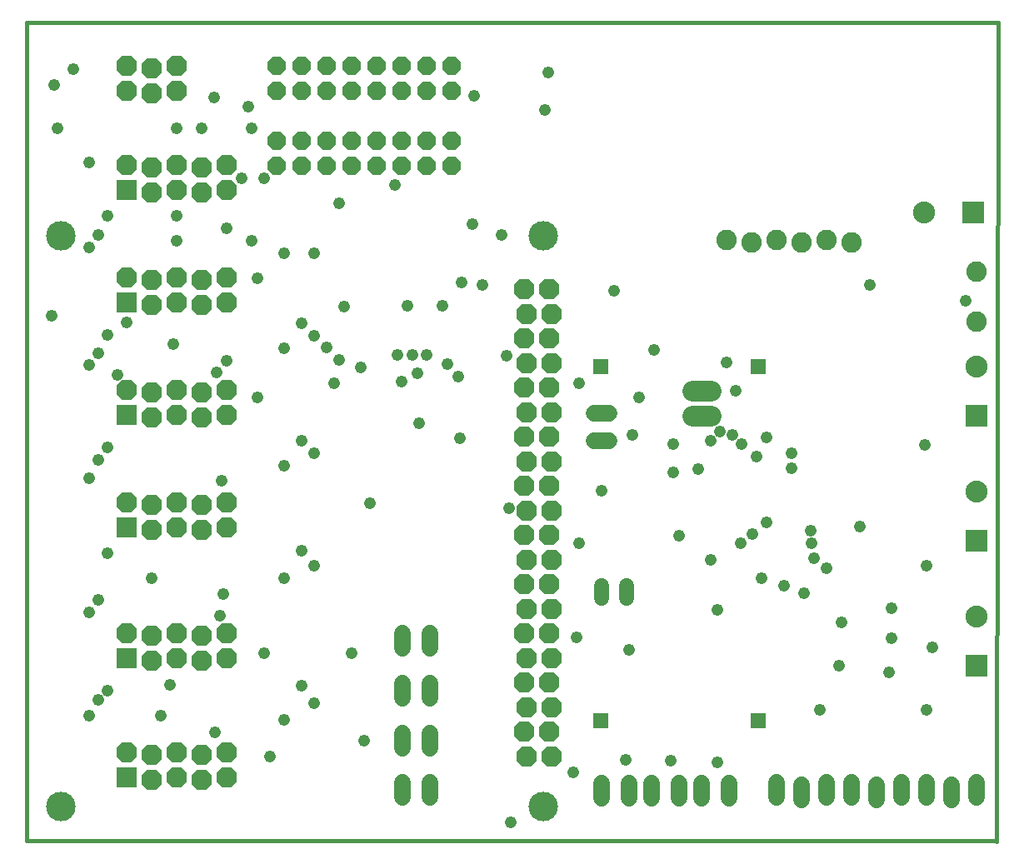
<source format=gbs>
G75*
%MOIN*%
%OFA0B0*%
%FSLAX24Y24*%
%IPPOS*%
%LPD*%
%AMOC8*
5,1,8,0,0,1.08239X$1,22.5*
%
%ADD10C,0.0160*%
%ADD11C,0.0820*%
%ADD12C,0.0680*%
%ADD13R,0.0820X0.0820*%
%ADD14OC8,0.0820*%
%ADD15C,0.0820*%
%ADD16R,0.0880X0.0880*%
%ADD17C,0.0880*%
%ADD18C,0.0600*%
%ADD19OC8,0.0740*%
%ADD20C,0.0000*%
%ADD21C,0.1182*%
%ADD22R,0.0595X0.0595*%
%ADD23C,0.0476*%
D10*
X004043Y005930D02*
X004043Y038680D01*
X042918Y038680D01*
X042843Y005905D01*
X042788Y005930D02*
X004043Y005930D01*
D11*
X030673Y022930D02*
X031413Y022930D01*
X031413Y023930D02*
X030673Y023930D01*
D12*
X027343Y023030D02*
X026743Y023030D01*
X026743Y021930D02*
X027343Y021930D01*
X020193Y014230D02*
X020193Y013630D01*
X019093Y013630D02*
X019093Y014230D01*
X019093Y012230D02*
X019093Y011630D01*
X020193Y011630D02*
X020193Y012230D01*
X020193Y010230D02*
X020193Y009630D01*
X019093Y009630D02*
X019093Y010230D01*
X019093Y008280D02*
X019093Y007680D01*
X020193Y007680D02*
X020193Y008280D01*
X027043Y008230D02*
X027043Y007630D01*
X028143Y007630D02*
X028143Y008230D01*
X029043Y008230D02*
X029043Y007630D01*
X030143Y007630D02*
X030143Y008230D01*
X031043Y008230D02*
X031043Y007630D01*
X032143Y007630D02*
X032143Y008230D01*
X034043Y008280D02*
X034043Y007680D01*
X035043Y007580D02*
X035043Y008180D01*
X036043Y008280D02*
X036043Y007680D01*
X037043Y007680D02*
X037043Y008280D01*
X038043Y008180D02*
X038043Y007580D01*
X039043Y007680D02*
X039043Y008280D01*
X040043Y008280D02*
X040043Y007680D01*
X041043Y007580D02*
X041043Y008180D01*
X042043Y008280D02*
X042043Y007680D01*
D13*
X008043Y008480D03*
X008043Y013230D03*
X008043Y018480D03*
X008043Y022980D03*
X008043Y027480D03*
X008043Y031980D03*
D14*
X008043Y032980D03*
X009043Y032880D03*
X009043Y031880D03*
X010043Y031980D03*
X010043Y032980D03*
X011043Y032880D03*
X011043Y031880D03*
X012043Y031980D03*
X012043Y032980D03*
X010043Y035930D03*
X010043Y036930D03*
X009043Y036830D03*
X009043Y035830D03*
X008043Y035930D03*
X008043Y036930D03*
X008043Y028480D03*
X009043Y028380D03*
X009043Y027380D03*
X010043Y027480D03*
X011043Y027380D03*
X011043Y028380D03*
X012043Y028480D03*
X012043Y027480D03*
X010043Y028480D03*
X010043Y023980D03*
X010043Y022980D03*
X011043Y022880D03*
X012043Y022980D03*
X012043Y023980D03*
X011043Y023880D03*
X009043Y023880D03*
X008043Y023980D03*
X009043Y022880D03*
X009043Y019380D03*
X009043Y018380D03*
X010043Y018480D03*
X010043Y019480D03*
X011043Y019380D03*
X011043Y018380D03*
X012043Y018480D03*
X012043Y019480D03*
X008043Y019480D03*
X008043Y014230D03*
X009043Y014130D03*
X010043Y014230D03*
X010043Y013230D03*
X011043Y013130D03*
X012043Y013230D03*
X012043Y014230D03*
X011043Y014130D03*
X009043Y013130D03*
X009043Y009380D03*
X010043Y009480D03*
X011043Y009380D03*
X012043Y009480D03*
X012043Y008480D03*
X011043Y008380D03*
X010043Y008480D03*
X009043Y008380D03*
X008043Y009480D03*
X023965Y010292D03*
X024065Y011261D03*
X025065Y011261D03*
X024965Y010292D03*
X025065Y009292D03*
X024065Y009292D03*
X023965Y012261D03*
X024965Y012261D03*
X025065Y013229D03*
X024065Y013229D03*
X023965Y014229D03*
X024065Y015198D03*
X025065Y015198D03*
X024965Y014229D03*
X024965Y016198D03*
X025065Y017166D03*
X024065Y017166D03*
X023965Y016198D03*
X023965Y018166D03*
X024965Y018166D03*
X025065Y019135D03*
X024065Y019135D03*
X023965Y020135D03*
X024065Y021103D03*
X025065Y021103D03*
X024965Y020135D03*
X024965Y022103D03*
X025065Y023072D03*
X024065Y023072D03*
X023965Y022103D03*
X023965Y024072D03*
X024065Y025040D03*
X025065Y025040D03*
X024965Y024072D03*
X024965Y026040D03*
X025065Y027009D03*
X024065Y027009D03*
X023965Y026040D03*
X023965Y028009D03*
X024965Y028009D03*
D15*
X032043Y029980D03*
X033043Y029880D03*
X034043Y029980D03*
X035043Y029880D03*
X036043Y029980D03*
X037043Y029880D03*
X042043Y028705D03*
X042043Y026705D03*
D16*
X042043Y022930D03*
X042043Y017930D03*
X042043Y012930D03*
X041918Y031055D03*
D17*
X039949Y031055D03*
X042043Y024899D03*
X042043Y019899D03*
X042043Y014899D03*
D18*
X028043Y015620D02*
X028043Y016140D01*
X027043Y016140D02*
X027043Y015620D01*
D19*
X021043Y032930D03*
X021043Y033930D03*
X020043Y033930D03*
X020043Y032930D03*
X019043Y032930D03*
X019043Y033930D03*
X018043Y033930D03*
X018043Y032930D03*
X017043Y032930D03*
X017043Y033930D03*
X016043Y033930D03*
X016043Y032930D03*
X015043Y032930D03*
X015043Y033930D03*
X014043Y033930D03*
X014043Y032930D03*
X014043Y035930D03*
X015043Y035930D03*
X016043Y035930D03*
X017043Y035930D03*
X018043Y035930D03*
X019043Y035930D03*
X020043Y035930D03*
X021043Y035930D03*
X021043Y036930D03*
X020043Y036930D03*
X019043Y036930D03*
X018043Y036930D03*
X017043Y036930D03*
X016043Y036930D03*
X015043Y036930D03*
X014043Y036930D03*
D20*
X004870Y030143D02*
X004872Y030190D01*
X004878Y030236D01*
X004888Y030282D01*
X004901Y030327D01*
X004919Y030370D01*
X004940Y030412D01*
X004964Y030452D01*
X004992Y030489D01*
X005023Y030524D01*
X005057Y030557D01*
X005093Y030586D01*
X005132Y030612D01*
X005173Y030635D01*
X005216Y030654D01*
X005260Y030670D01*
X005305Y030682D01*
X005351Y030690D01*
X005398Y030694D01*
X005444Y030694D01*
X005491Y030690D01*
X005537Y030682D01*
X005582Y030670D01*
X005626Y030654D01*
X005669Y030635D01*
X005710Y030612D01*
X005749Y030586D01*
X005785Y030557D01*
X005819Y030524D01*
X005850Y030489D01*
X005878Y030452D01*
X005902Y030412D01*
X005923Y030370D01*
X005941Y030327D01*
X005954Y030282D01*
X005964Y030236D01*
X005970Y030190D01*
X005972Y030143D01*
X005970Y030096D01*
X005964Y030050D01*
X005954Y030004D01*
X005941Y029959D01*
X005923Y029916D01*
X005902Y029874D01*
X005878Y029834D01*
X005850Y029797D01*
X005819Y029762D01*
X005785Y029729D01*
X005749Y029700D01*
X005710Y029674D01*
X005669Y029651D01*
X005626Y029632D01*
X005582Y029616D01*
X005537Y029604D01*
X005491Y029596D01*
X005444Y029592D01*
X005398Y029592D01*
X005351Y029596D01*
X005305Y029604D01*
X005260Y029616D01*
X005216Y029632D01*
X005173Y029651D01*
X005132Y029674D01*
X005093Y029700D01*
X005057Y029729D01*
X005023Y029762D01*
X004992Y029797D01*
X004964Y029834D01*
X004940Y029874D01*
X004919Y029916D01*
X004901Y029959D01*
X004888Y030004D01*
X004878Y030050D01*
X004872Y030096D01*
X004870Y030143D01*
X024161Y030143D02*
X024163Y030190D01*
X024169Y030236D01*
X024179Y030282D01*
X024192Y030327D01*
X024210Y030370D01*
X024231Y030412D01*
X024255Y030452D01*
X024283Y030489D01*
X024314Y030524D01*
X024348Y030557D01*
X024384Y030586D01*
X024423Y030612D01*
X024464Y030635D01*
X024507Y030654D01*
X024551Y030670D01*
X024596Y030682D01*
X024642Y030690D01*
X024689Y030694D01*
X024735Y030694D01*
X024782Y030690D01*
X024828Y030682D01*
X024873Y030670D01*
X024917Y030654D01*
X024960Y030635D01*
X025001Y030612D01*
X025040Y030586D01*
X025076Y030557D01*
X025110Y030524D01*
X025141Y030489D01*
X025169Y030452D01*
X025193Y030412D01*
X025214Y030370D01*
X025232Y030327D01*
X025245Y030282D01*
X025255Y030236D01*
X025261Y030190D01*
X025263Y030143D01*
X025261Y030096D01*
X025255Y030050D01*
X025245Y030004D01*
X025232Y029959D01*
X025214Y029916D01*
X025193Y029874D01*
X025169Y029834D01*
X025141Y029797D01*
X025110Y029762D01*
X025076Y029729D01*
X025040Y029700D01*
X025001Y029674D01*
X024960Y029651D01*
X024917Y029632D01*
X024873Y029616D01*
X024828Y029604D01*
X024782Y029596D01*
X024735Y029592D01*
X024689Y029592D01*
X024642Y029596D01*
X024596Y029604D01*
X024551Y029616D01*
X024507Y029632D01*
X024464Y029651D01*
X024423Y029674D01*
X024384Y029700D01*
X024348Y029729D01*
X024314Y029762D01*
X024283Y029797D01*
X024255Y029834D01*
X024231Y029874D01*
X024210Y029916D01*
X024192Y029959D01*
X024179Y030004D01*
X024169Y030050D01*
X024163Y030096D01*
X024161Y030143D01*
X024161Y007308D02*
X024163Y007355D01*
X024169Y007401D01*
X024179Y007447D01*
X024192Y007492D01*
X024210Y007535D01*
X024231Y007577D01*
X024255Y007617D01*
X024283Y007654D01*
X024314Y007689D01*
X024348Y007722D01*
X024384Y007751D01*
X024423Y007777D01*
X024464Y007800D01*
X024507Y007819D01*
X024551Y007835D01*
X024596Y007847D01*
X024642Y007855D01*
X024689Y007859D01*
X024735Y007859D01*
X024782Y007855D01*
X024828Y007847D01*
X024873Y007835D01*
X024917Y007819D01*
X024960Y007800D01*
X025001Y007777D01*
X025040Y007751D01*
X025076Y007722D01*
X025110Y007689D01*
X025141Y007654D01*
X025169Y007617D01*
X025193Y007577D01*
X025214Y007535D01*
X025232Y007492D01*
X025245Y007447D01*
X025255Y007401D01*
X025261Y007355D01*
X025263Y007308D01*
X025261Y007261D01*
X025255Y007215D01*
X025245Y007169D01*
X025232Y007124D01*
X025214Y007081D01*
X025193Y007039D01*
X025169Y006999D01*
X025141Y006962D01*
X025110Y006927D01*
X025076Y006894D01*
X025040Y006865D01*
X025001Y006839D01*
X024960Y006816D01*
X024917Y006797D01*
X024873Y006781D01*
X024828Y006769D01*
X024782Y006761D01*
X024735Y006757D01*
X024689Y006757D01*
X024642Y006761D01*
X024596Y006769D01*
X024551Y006781D01*
X024507Y006797D01*
X024464Y006816D01*
X024423Y006839D01*
X024384Y006865D01*
X024348Y006894D01*
X024314Y006927D01*
X024283Y006962D01*
X024255Y006999D01*
X024231Y007039D01*
X024210Y007081D01*
X024192Y007124D01*
X024179Y007169D01*
X024169Y007215D01*
X024163Y007261D01*
X024161Y007308D01*
X004870Y007308D02*
X004872Y007355D01*
X004878Y007401D01*
X004888Y007447D01*
X004901Y007492D01*
X004919Y007535D01*
X004940Y007577D01*
X004964Y007617D01*
X004992Y007654D01*
X005023Y007689D01*
X005057Y007722D01*
X005093Y007751D01*
X005132Y007777D01*
X005173Y007800D01*
X005216Y007819D01*
X005260Y007835D01*
X005305Y007847D01*
X005351Y007855D01*
X005398Y007859D01*
X005444Y007859D01*
X005491Y007855D01*
X005537Y007847D01*
X005582Y007835D01*
X005626Y007819D01*
X005669Y007800D01*
X005710Y007777D01*
X005749Y007751D01*
X005785Y007722D01*
X005819Y007689D01*
X005850Y007654D01*
X005878Y007617D01*
X005902Y007577D01*
X005923Y007535D01*
X005941Y007492D01*
X005954Y007447D01*
X005964Y007401D01*
X005970Y007355D01*
X005972Y007308D01*
X005970Y007261D01*
X005964Y007215D01*
X005954Y007169D01*
X005941Y007124D01*
X005923Y007081D01*
X005902Y007039D01*
X005878Y006999D01*
X005850Y006962D01*
X005819Y006927D01*
X005785Y006894D01*
X005749Y006865D01*
X005710Y006839D01*
X005669Y006816D01*
X005626Y006797D01*
X005582Y006781D01*
X005537Y006769D01*
X005491Y006761D01*
X005444Y006757D01*
X005398Y006757D01*
X005351Y006761D01*
X005305Y006769D01*
X005260Y006781D01*
X005216Y006797D01*
X005173Y006816D01*
X005132Y006839D01*
X005093Y006865D01*
X005057Y006894D01*
X005023Y006927D01*
X004992Y006962D01*
X004964Y006999D01*
X004940Y007039D01*
X004919Y007081D01*
X004901Y007124D01*
X004888Y007169D01*
X004878Y007215D01*
X004872Y007261D01*
X004870Y007308D01*
D21*
X005421Y007308D03*
X024712Y007308D03*
X024712Y030143D03*
X005421Y030143D03*
D22*
X027006Y024893D03*
X033306Y024893D03*
X033306Y010719D03*
X027006Y010719D03*
D23*
X028023Y009160D03*
X029823Y009130D03*
X031673Y009080D03*
X035793Y011180D03*
X036543Y012930D03*
X036668Y014680D03*
X035143Y015830D03*
X034343Y016130D03*
X033443Y016430D03*
X032618Y017830D03*
X033093Y018205D03*
X033668Y018680D03*
X035423Y018340D03*
X035443Y017830D03*
X035543Y017230D03*
X036043Y016830D03*
X037383Y018510D03*
X040043Y016930D03*
X038643Y015230D03*
X038643Y014030D03*
X040293Y013680D03*
X038543Y012680D03*
X040043Y011180D03*
X031693Y015180D03*
X031418Y017180D03*
X030156Y018143D03*
X029918Y020680D03*
X030918Y020805D03*
X031418Y021930D03*
X031793Y022305D03*
X032293Y022180D03*
X032668Y021805D03*
X033243Y021305D03*
X033668Y022055D03*
X034643Y021430D03*
X034643Y020830D03*
X032418Y023930D03*
X032043Y025055D03*
X029168Y025555D03*
X028543Y023680D03*
X028293Y022180D03*
X029918Y021805D03*
X027043Y019930D03*
X026143Y017830D03*
X023343Y019230D03*
X021373Y022040D03*
X019743Y022630D03*
X019053Y024290D03*
X019673Y024640D03*
X019493Y025370D03*
X020053Y025360D03*
X020903Y024990D03*
X021323Y024510D03*
X023243Y025330D03*
X026143Y024230D03*
X027543Y027930D03*
X023043Y030180D03*
X021893Y030605D03*
X021443Y028255D03*
X022293Y028180D03*
X020673Y027320D03*
X019303Y027320D03*
X018883Y025360D03*
X017418Y024870D03*
X016543Y025180D03*
X016043Y025680D03*
X015543Y026130D03*
X015043Y026630D03*
X014343Y025630D03*
X016343Y024230D03*
X015043Y021930D03*
X015543Y021430D03*
X014343Y020930D03*
X011843Y020330D03*
X015043Y017530D03*
X015543Y016930D03*
X014343Y016430D03*
X011918Y015805D03*
X011793Y014930D03*
X013543Y013430D03*
X015043Y012130D03*
X015543Y011430D03*
X014343Y010780D03*
X013793Y009305D03*
X011593Y010280D03*
X009418Y010930D03*
X009793Y012180D03*
X007293Y011930D03*
X006918Y011555D03*
X006543Y010930D03*
X006543Y015055D03*
X006918Y015555D03*
X009043Y016430D03*
X007293Y017430D03*
X006543Y020430D03*
X006918Y021180D03*
X007293Y021680D03*
X007693Y024580D03*
X006918Y025430D03*
X006543Y024955D03*
X007293Y026180D03*
X008043Y026680D03*
X009918Y025805D03*
X011643Y024680D03*
X012043Y025130D03*
X013293Y023680D03*
X016763Y027310D03*
X015543Y029430D03*
X014343Y029430D03*
X013043Y029930D03*
X012043Y030430D03*
X010043Y029930D03*
X010043Y030930D03*
X012643Y032430D03*
X013543Y032430D03*
X013043Y034430D03*
X012918Y035305D03*
X011543Y035680D03*
X011043Y034430D03*
X010043Y034430D03*
X006543Y033055D03*
X005293Y034430D03*
X005168Y036180D03*
X005918Y036805D03*
X007293Y030930D03*
X006918Y030180D03*
X006543Y029680D03*
X005043Y026930D03*
X013293Y028430D03*
X016543Y031430D03*
X018793Y032180D03*
X021943Y035730D03*
X024793Y035180D03*
X024918Y036680D03*
X037793Y028180D03*
X041628Y027545D03*
X039993Y021780D03*
X028168Y013555D03*
X026043Y014055D03*
X025918Y008680D03*
X023418Y006680D03*
X017543Y009930D03*
X017043Y013430D03*
X017793Y019430D03*
M02*

</source>
